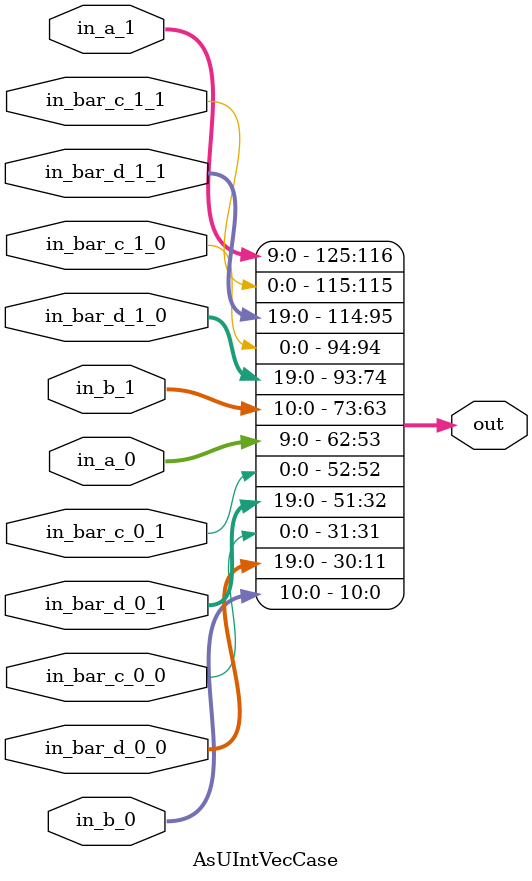
<source format=v>
module AsUIntVecCase (
  input  [9:0]   in_a_0,
  input          in_bar_c_0_0,
  input  [19:0]  in_bar_d_0_0,
  input          in_bar_c_0_1,
  input  [19:0]  in_bar_d_0_1,
  input  [10:0]  in_b_0,
  input  [9:0]   in_a_1,
  input          in_bar_c_1_0,
  input  [19:0]  in_bar_d_1_0,
  input          in_bar_c_1_1,
  input  [19:0]  in_bar_d_1_1,
  input  [10:0]  in_b_1,
  output [125:0] out
);
  assign out = {in_a_1, in_bar_c_1_1, in_bar_d_1_1, in_bar_c_1_0, in_bar_d_1_0, in_b_1, in_a_0, in_bar_c_0_1, in_bar_d_0_1, in_bar_c_0_0, in_bar_d_0_0, in_b_0};
endmodule

</source>
